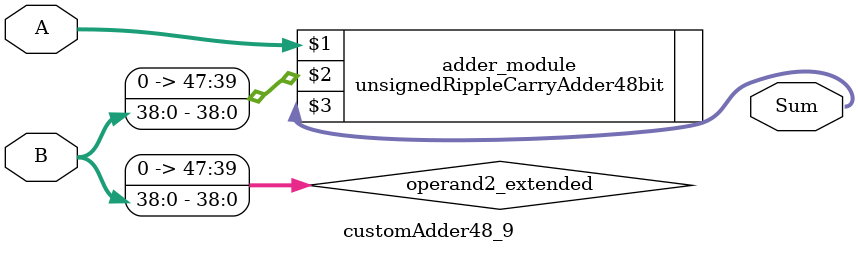
<source format=v>
module customAdder48_9(
                        input [47 : 0] A,
                        input [38 : 0] B,
                        
                        output [48 : 0] Sum
                );

        wire [47 : 0] operand2_extended;
        
        assign operand2_extended =  {9'b0, B};
        
        unsignedRippleCarryAdder48bit adder_module(
            A,
            operand2_extended,
            Sum
        );
        
        endmodule
        
</source>
